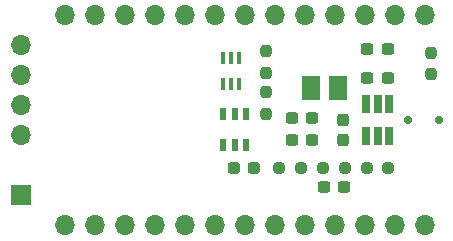
<source format=gbs>
G04 #@! TF.GenerationSoftware,KiCad,Pcbnew,(6.0.11)*
G04 #@! TF.CreationDate,2023-03-04T17:47:10+01:00*
G04 #@! TF.ProjectId,ATMEGA328P_AU_BreadboardAdapter,41544d45-4741-4333-9238-505f41555f42,rev?*
G04 #@! TF.SameCoordinates,Original*
G04 #@! TF.FileFunction,Soldermask,Bot*
G04 #@! TF.FilePolarity,Negative*
%FSLAX46Y46*%
G04 Gerber Fmt 4.6, Leading zero omitted, Abs format (unit mm)*
G04 Created by KiCad (PCBNEW (6.0.11)) date 2023-03-04 17:47:10*
%MOMM*%
%LPD*%
G01*
G04 APERTURE LIST*
G04 Aperture macros list*
%AMRoundRect*
0 Rectangle with rounded corners*
0 $1 Rounding radius*
0 $2 $3 $4 $5 $6 $7 $8 $9 X,Y pos of 4 corners*
0 Add a 4 corners polygon primitive as box body*
4,1,4,$2,$3,$4,$5,$6,$7,$8,$9,$2,$3,0*
0 Add four circle primitives for the rounded corners*
1,1,$1+$1,$2,$3*
1,1,$1+$1,$4,$5*
1,1,$1+$1,$6,$7*
1,1,$1+$1,$8,$9*
0 Add four rect primitives between the rounded corners*
20,1,$1+$1,$2,$3,$4,$5,0*
20,1,$1+$1,$4,$5,$6,$7,0*
20,1,$1+$1,$6,$7,$8,$9,0*
20,1,$1+$1,$8,$9,$2,$3,0*%
G04 Aperture macros list end*
%ADD10R,1.650000X2.000000*%
%ADD11R,0.400000X1.000000*%
%ADD12O,1.700000X1.700000*%
%ADD13R,0.650000X1.560000*%
%ADD14RoundRect,0.237500X-0.237500X0.250000X-0.237500X-0.250000X0.237500X-0.250000X0.237500X0.250000X0*%
%ADD15RoundRect,0.237500X0.250000X0.237500X-0.250000X0.237500X-0.250000X-0.237500X0.250000X-0.237500X0*%
%ADD16RoundRect,0.237500X0.237500X-0.250000X0.237500X0.250000X-0.237500X0.250000X-0.237500X-0.250000X0*%
%ADD17RoundRect,0.237500X-0.250000X-0.237500X0.250000X-0.237500X0.250000X0.237500X-0.250000X0.237500X0*%
%ADD18R,0.550000X1.050000*%
%ADD19RoundRect,0.237500X0.287500X0.237500X-0.287500X0.237500X-0.287500X-0.237500X0.287500X-0.237500X0*%
%ADD20RoundRect,0.237500X0.300000X0.237500X-0.300000X0.237500X-0.300000X-0.237500X0.300000X-0.237500X0*%
%ADD21RoundRect,0.237500X-0.300000X-0.237500X0.300000X-0.237500X0.300000X0.237500X-0.300000X0.237500X0*%
%ADD22RoundRect,0.237500X-0.237500X0.300000X-0.237500X-0.300000X0.237500X-0.300000X0.237500X0.300000X0*%
%ADD23C,0.700000*%
%ADD24R,1.700000X1.700000*%
G04 APERTURE END LIST*
D10*
X186675000Y-79150000D03*
X184325000Y-79150000D03*
D11*
X178250000Y-78800000D03*
X177600000Y-78800000D03*
X176950000Y-78800000D03*
X176950000Y-76600000D03*
X177600000Y-76600000D03*
X178250000Y-76600000D03*
D12*
X194030000Y-90780000D03*
X191490000Y-90780000D03*
X188950000Y-90780000D03*
X186410000Y-90780000D03*
X183870000Y-90780000D03*
X181330000Y-90780000D03*
X178790000Y-90780000D03*
X176250000Y-90780000D03*
X173710000Y-90780000D03*
X171170000Y-90780000D03*
X168630000Y-90780000D03*
X166090000Y-90780000D03*
X163550000Y-90780000D03*
X194000000Y-73000000D03*
X191460000Y-73000000D03*
X188920000Y-73000000D03*
X186380000Y-73000000D03*
X183840000Y-73000000D03*
X181300000Y-73000000D03*
X178760000Y-73000000D03*
X176220000Y-73000000D03*
X173680000Y-73000000D03*
X171140000Y-73000000D03*
X168600000Y-73000000D03*
X166060000Y-73000000D03*
X163520000Y-73000000D03*
D13*
X189050000Y-80550000D03*
X190000000Y-80550000D03*
X190950000Y-80550000D03*
X190950000Y-83250000D03*
X190000000Y-83250000D03*
X189050000Y-83250000D03*
D14*
X180550000Y-81362500D03*
X180550000Y-79537500D03*
X180550000Y-77862500D03*
X180550000Y-76037500D03*
D15*
X189087500Y-85900000D03*
X190912500Y-85900000D03*
D16*
X194500000Y-77987500D03*
X194500000Y-76162500D03*
D17*
X185387500Y-85900000D03*
X187212500Y-85900000D03*
X183512500Y-85900000D03*
X181687500Y-85900000D03*
D18*
X176950000Y-81350000D03*
X177900000Y-81350000D03*
X178850000Y-81350000D03*
X178850000Y-83950000D03*
X177900000Y-83950000D03*
X176950000Y-83950000D03*
D19*
X179575000Y-85900000D03*
X177825000Y-85900000D03*
D20*
X185437500Y-87550000D03*
X187162500Y-87550000D03*
D21*
X190862500Y-78300000D03*
X189137500Y-78300000D03*
X190862500Y-75900000D03*
X189137500Y-75900000D03*
D20*
X184462500Y-81700000D03*
X182737500Y-81700000D03*
X182737500Y-83600000D03*
X184462500Y-83600000D03*
D22*
X187100000Y-81837500D03*
X187100000Y-83562500D03*
D23*
X195162000Y-81890000D03*
X192558500Y-81890000D03*
D24*
X159800000Y-88240000D03*
D12*
X159800000Y-83160000D03*
X159800000Y-80620000D03*
X159800000Y-78080000D03*
X159800000Y-75540000D03*
M02*

</source>
